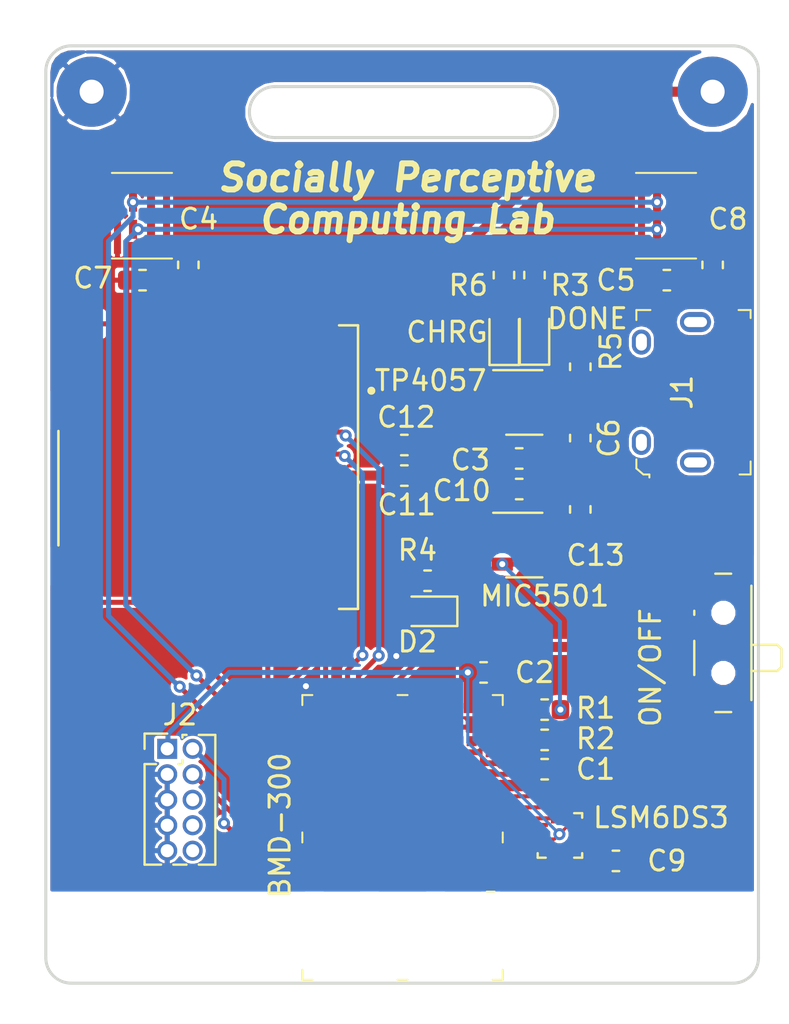
<source format=kicad_pcb>
(kicad_pcb (version 20171130) (host pcbnew 5.0.2-bee76a0~70~ubuntu18.04.1)
  (layers (0 F.Cu signal) (31 B.Cu signal) (34 B.Paste user hide) (35 F.Paste user hide) (36 B.SilkS user) (37 F.SilkS user) (38 B.Mask user) (39 F.Mask user) (44 Edge.Cuts user))
  (net 0 "")
  (net 1 "Net-(C1-Pad1)")
  (net 2 GND)
  (net 3 /BAT)
  (net 4 /VDD)
  (net 5 /VBUS)
  (net 6 "Net-(C13-Pad1)")
  (net 7 "Net-(D1-Pad1)")
  (net 8 "Net-(D1-Pad2)")
  (net 9 "Net-(D2-Pad1)")
  (net 10 "Net-(D2-Pad2)")
  (net 11 "Net-(D3-Pad2)")
  (net 12 "Net-(D3-Pad1)")
  (net 13 "Net-(J1-Pad3)")
  (net 14 "Net-(J1-Pad4)")
  (net 15 "Net-(J1-Pad2)")
  (net 16 /SWDIO)
  (net 17 /SWCLK)
  (net 18 "Net-(J2-Pad6)")
  (net 19 "Net-(J2-Pad8)")
  (net 20 "Net-(J2-Pad10)")
  (net 21 "Net-(MOD1-Pad10)")
  (net 22 "Net-(MOD1-Pad12)")
  (net 23 "Net-(MOD1-Pad13)")
  (net 24 "Net-(MOD1-Pad14)")
  (net 25 "Net-(MOD1-Pad15)")
  (net 26 "Net-(MOD1-Pad19)")
  (net 27 "Net-(MOD1-Pad20)")
  (net 28 "Net-(MOD1-Pad21)")
  (net 29 "Net-(MOD1-Pad22)")
  (net 30 "Net-(MOD1-Pad23)")
  (net 31 "Net-(MOD1-Pad24)")
  (net 32 "Net-(MOD1-Pad26)")
  (net 33 /CS)
  (net 34 /MOSI)
  (net 35 /CLK)
  (net 36 /MISO)
  (net 37 /CD)
  (net 38 "Net-(MOD1-Pad35)")
  (net 39 "Net-(MOD1-Pad36)")
  (net 40 "Net-(MOD1-Pad37)")
  (net 41 /SDA)
  (net 42 /SCL)
  (net 43 /INT1)
  (net 44 /INT2)
  (net 45 "Net-(MOD1-Pad42)")
  (net 46 "Net-(R5-Pad1)")
  (net 47 "Net-(U4-Pad10)")
  (net 48 "Net-(U4-Pad11)")
  (net 49 "Net-(U5-Pad4)")
  (net 50 "Net-(MOD1-Pad41)")
  (net 51 "Net-(MOD1-Pad40)")
  (net 52 "Net-(MOD1-Pad39)")
  (net 53 "Net-(MOD1-Pad38)")
  (net 54 "Net-(J5-Pad1)")
  (net 55 "Net-(J5-Pad8)")
  (net 56 /SW)
  (module 503182-1852:MOLEX_503182-1852 (layer F.Cu) (at 83.5533 70.5358 270)
    (fp_text reference J5 hide)
    (fp_text value 503182-1852 hide)
    (pad 1 smd rect (at -2.9 -6.355 270) (size 0.8 1.24) (layers F.Cu F.Paste F.Mask) (net 54 "Net-(J5-Pad1)"))
    (pad 2 smd rect (at -1.8 -6.355 270) (size 0.8 1.24) (layers F.Cu F.Paste F.Mask) (net 33 /CS))
    (pad 3 smd rect (at -0.7 -6.355 270) (size 0.8 1.24) (layers F.Cu F.Paste F.Mask) (net 34 /MOSI))
    (pad 4 smd rect (at 0.4 -6.355 270) (size 0.8 1.24) (layers F.Cu F.Paste F.Mask) (net 4 /VDD))
    (pad 5 smd rect (at 1.5 -6.355 270) (size 0.8 1.24) (layers F.Cu F.Paste F.Mask) (net 35 /CLK))
    (pad 6 smd rect (at 2.6 -6.355 270) (size 0.8 1.24) (layers F.Cu F.Paste F.Mask) (net 2 GND))
    (pad 7 smd rect (at 3.7 -6.355 270) (size 0.8 1.24) (layers F.Cu F.Paste F.Mask) (net 36 /MISO))
    (pad 8 smd rect (at 4.8 -6.355 270) (size 0.8 1.24) (layers F.Cu F.Paste F.Mask) (net 55 "Net-(J5-Pad8)"))
    (pad P1 smd rect (at -7.245 -5.725 270) (size 0.95 2.5) (layers F.Cu F.Paste F.Mask) (net 2 GND))
    (pad P2 smd rect (at 7.145 -5.875 270) (size 1.15 2.2) (layers F.Cu F.Paste F.Mask) (net 2 GND))
    (pad SW smd rect (at 6.74 -3.725 270) (size 1.16 1.25) (layers F.Cu F.Paste F.Mask) (net 56 /SW))
    (pad DT smd rect (at 6.74 5.275 270) (size 1.16 1.2) (layers F.Cu F.Paste F.Mask) (net 37 /CD))
    (pad P3 smd rect (at -7.145 5.605 270) (size 1.15 2.2) (layers F.Cu F.Paste F.Mask) (net 2 GND))
    (pad P4 smd rect (at -2.84 6.4 270) (size 1.5 1.15) (layers F.Cu F.Paste F.Mask) (net 2 GND))
    (pad P5 smd rect (at 4.94 6.4 270) (size 1.5 1.15) (layers F.Cu F.Paste F.Mask) (net 2 GND))
  )
  (module Button_Switch_SMD:SW_SPDT_PCM12 (layer F.Cu) (at 109.6772 79.2988 90)
    (fp_text reference SW1 hide)
    (fp_text value ON/OFF (at -1.2319 -3.302 270) (layer F.SilkS))
    (pad "" np_thru_hole circle (at -1.5 0.33 90) (size 0.9 0.9) (drill 0.9) (layers *.Cu *.Mask))
    (pad "" np_thru_hole circle (at 1.5 0.33 90) (size 0.9 0.9) (drill 0.9) (layers *.Cu *.Mask))
    (pad 1 smd rect (at -2.25 -1.43 90) (size 0.7 1.5) (layers F.Cu F.Paste F.Mask) (net 4 /VDD))
    (pad 2 smd rect (at 0.75 -1.43 90) (size 0.7 1.5) (layers F.Cu F.Paste F.Mask) (net 6 "Net-(C13-Pad1)"))
    (pad 3 smd rect (at 2.25 -1.43 90) (size 0.7 1.5) (layers F.Cu F.Paste F.Mask))
    (pad "" smd rect (at -3.65 1.43 90) (size 1 0.8) (layers F.Cu F.Paste F.Mask))
    (pad "" smd rect (at 3.65 1.43 90) (size 1 0.8) (layers F.Cu F.Paste F.Mask))
    (pad "" smd rect (at 3.65 -0.78 90) (size 1 0.8) (layers F.Cu F.Paste F.Mask))
    (pad "" smd rect (at -3.65 -0.78 90) (size 1 0.8) (layers F.Cu F.Paste F.Mask))
  )
  (module Connector_PinHeader_1.27mm:PinHeader_2x05_P1.27mm_Vertical (layer F.Cu) (at 82.2579 84.582)
    (fp_text reference J2 (at 0.635 -1.695) (layer F.SilkS))
    (fp_text value SWD)
    (pad 1 thru_hole rect (at 0 0) (size 1 1) (drill 0.65) (layers *.Cu *.Mask) (net 4 /VDD))
    (pad 2 thru_hole oval (at 1.27 0) (size 1 1) (drill 0.65) (layers *.Cu *.Mask) (net 16 /SWDIO))
    (pad 3 thru_hole oval (at 0 1.27) (size 1 1) (drill 0.65) (layers *.Cu *.Mask) (net 2 GND))
    (pad 4 thru_hole oval (at 1.27 1.27) (size 1 1) (drill 0.65) (layers *.Cu *.Mask) (net 17 /SWCLK))
    (pad 5 thru_hole oval (at 0 2.54) (size 1 1) (drill 0.65) (layers *.Cu *.Mask) (net 2 GND))
    (pad 6 thru_hole oval (at 1.27 2.54) (size 1 1) (drill 0.65) (layers *.Cu *.Mask) (net 18 "Net-(J2-Pad6)"))
    (pad 7 thru_hole oval (at 0 3.81) (size 1 1) (drill 0.65) (layers *.Cu *.Mask) (net 2 GND))
    (pad 8 thru_hole oval (at 1.27 3.81) (size 1 1) (drill 0.65) (layers *.Cu *.Mask) (net 19 "Net-(J2-Pad8)"))
    (pad 9 thru_hole oval (at 0 5.08) (size 1 1) (drill 0.65) (layers *.Cu *.Mask) (net 2 GND))
    (pad 10 thru_hole oval (at 1.27 5.08) (size 1 1) (drill 0.65) (layers *.Cu *.Mask) (net 20 "Net-(J2-Pad10)"))
  )
  (module LED_SMD:LED_0603_1608Metric (layer F.Cu) (at 100.584 63.9445 90)
    (fp_text reference D3 hide)
    (fp_text value DONE (at 0.8128 2.6416) (layer F.SilkS))
    (pad 2 smd roundrect (at 0.7875 0 90) (size 0.875 0.95) (layers F.Cu F.Paste F.Mask) (net 11 "Net-(D3-Pad2)"))
    (pad 1 smd roundrect (at -0.7875 0 90) (size 0.875 0.95) (layers F.Cu F.Paste F.Mask) (net 12 "Net-(D3-Pad1)"))
  )
  (module LED_SMD:LED_0603_1608Metric (layer F.Cu) (at 99.0727 63.9572 90)
    (fp_text reference D1 hide)
    (fp_text value CHRG (at 0.1524 -2.8575) (layer F.SilkS))
    (pad 1 smd roundrect (at -0.7875 0 90) (size 0.875 0.95) (layers F.Cu F.Paste F.Mask) (net 7 "Net-(D1-Pad1)"))
    (pad 2 smd roundrect (at 0.7875 0 90) (size 0.875 0.95) (layers F.Cu F.Paste F.Mask) (net 8 "Net-(D1-Pad2)"))
  )
  (module custom_libs:MP34DT06 (layer F.Cu) (at 81 58)
    (fp_text reference U2 hide)
    (fp_text value MP34DT05-A hide)
    (pad 1 smd rect (at 0.45 0.675) (size 0.4 0.95) (layers F.Cu F.Paste F.Mask) (net 4 /VDD))
    (pad 4 smd rect (at -0.45 0.675) (size 0.4 0.95) (layers F.Cu F.Paste F.Mask) (net 38 "Net-(MOD1-Pad35)"))
    (pad 2 smd rect (at 0.45 -0.675) (size 0.4 0.95) (layers F.Cu F.Paste F.Mask) (net 4 /VDD))
    (pad 3 smd rect (at -0.45 -0.675) (size 0.4 0.95) (layers F.Cu F.Paste F.Mask) (net 39 "Net-(MOD1-Pad36)"))
    (pad 5 smd rect (at 1.225 0 180) (size 0.35 3.8) (layers F.Cu F.Paste F.Mask) (net 2 GND))
    (pad 5 smd rect (at -1.225 0) (size 0.35 3.8) (layers F.Cu F.Paste F.Mask) (net 2 GND))
  )
  (module custom_libs:MP34DT06 (layer F.Cu) (at 107.15 58)
    (fp_text reference U3 hide)
    (fp_text value MP34DT05-A hide)
    (pad 1 smd rect (at 0.45 0.675) (size 0.4 0.95) (layers F.Cu F.Paste F.Mask) (net 4 /VDD))
    (pad 4 smd rect (at -0.45 0.675) (size 0.4 0.95) (layers F.Cu F.Paste F.Mask) (net 38 "Net-(MOD1-Pad35)"))
    (pad 2 smd rect (at 0.45 -0.675) (size 0.4 0.95) (layers F.Cu F.Paste F.Mask) (net 2 GND))
    (pad 3 smd rect (at -0.45 -0.675) (size 0.4 0.95) (layers F.Cu F.Paste F.Mask) (net 39 "Net-(MOD1-Pad36)"))
    (pad 5 smd rect (at 1.225 0 180) (size 0.35 3.8) (layers F.Cu F.Paste F.Mask) (net 2 GND))
    (pad 5 smd rect (at -1.225 0) (size 0.35 3.8) (layers F.Cu F.Paste F.Mask) (net 2 GND))
  )
  (module Connector_Wire:SolderWirePad_1x01_Drill1.2mm (layer F.Cu) (at 78.486 51.816)
    (fp_text reference J4 hide)
    (fp_text value BAT-)
    (pad 1 thru_hole circle (at 0 0) (size 3.50012 3.50012) (drill 1.19888) (layers *.Cu *.Mask) (net 2 GND))
  )
  (module Connector_Wire:SolderWirePad_1x01_Drill1.2mm (layer F.Cu) (at 109.474 51.816)
    (fp_text reference J3 hide)
    (fp_text value BAT+)
    (pad 1 thru_hole circle (at 0 0) (size 3.50012 3.50012) (drill 1.19888) (layers *.Cu *.Mask) (net 3 /BAT))
  )
  (module Capacitor_SMD:C_0603_1608Metric (layer F.Cu) (at 101.092 85.598)
    (fp_text reference C1 (at 2.54 0) (layer F.SilkS))
    (fp_text value 100nF)
    (pad 2 smd roundrect (at 0.7875 0) (size 0.875 0.95) (layers F.Cu F.Paste F.Mask) (net 2 GND))
    (pad 1 smd roundrect (at -0.7875 0) (size 0.875 0.95) (layers F.Cu F.Paste F.Mask) (net 1 "Net-(C1-Pad1)"))
  )
  (module Capacitor_SMD:C_0603_1608Metric (layer F.Cu) (at 98.044 80.772)
    (fp_text reference C2 (at 2.54 0) (layer F.SilkS))
    (fp_text value 10uF)
    (pad 2 smd roundrect (at 0.7875 0) (size 0.875 0.95) (layers F.Cu F.Paste F.Mask) (net 2 GND))
    (pad 1 smd roundrect (at -0.7875 0) (size 0.875 0.95) (layers F.Cu F.Paste F.Mask) (net 4 /VDD))
  )
  (module Capacitor_SMD:C_0603_1608Metric (layer F.Cu) (at 99.822 70.104)
    (fp_text reference C3 (at -2.4384 0.0762) (layer F.SilkS))
    (fp_text value 10uF)
    (pad 2 smd roundrect (at 0.7875 0) (size 0.875 0.95) (layers F.Cu F.Paste F.Mask) (net 2 GND))
    (pad 1 smd roundrect (at -0.7875 0) (size 0.875 0.95) (layers F.Cu F.Paste F.Mask) (net 3 /BAT))
  )
  (module Capacitor_SMD:C_0603_1608Metric (layer F.Cu) (at 83.312 60.452 90)
    (fp_text reference C4 (at 2.286 0.508 180) (layer F.SilkS))
    (fp_text value 1uF)
    (pad 2 smd roundrect (at 0.7875 0 90) (size 0.875 0.95) (layers F.Cu F.Paste F.Mask) (net 2 GND))
    (pad 1 smd roundrect (at -0.7875 0 90) (size 0.875 0.95) (layers F.Cu F.Paste F.Mask) (net 4 /VDD))
  )
  (module Capacitor_SMD:C_0603_1608Metric (layer F.Cu) (at 107.188 61.214 180)
    (fp_text reference C5 (at 2.54 0 180) (layer F.SilkS))
    (fp_text value 1uF)
    (pad 2 smd roundrect (at 0.7875 0 180) (size 0.875 0.95) (layers F.Cu F.Paste F.Mask) (net 2 GND))
    (pad 1 smd roundrect (at -0.7875 0 180) (size 0.875 0.95) (layers F.Cu F.Paste F.Mask) (net 4 /VDD))
  )
  (module Capacitor_SMD:C_0603_1608Metric (layer F.Cu) (at 102.87 69.088 270)
    (fp_text reference C6 (at 0 -1.43 270) (layer F.SilkS))
    (fp_text value 1uF)
    (pad 2 smd roundrect (at 0.7875 0 270) (size 0.875 0.95) (layers F.Cu F.Paste F.Mask) (net 2 GND))
    (pad 1 smd roundrect (at -0.7875 0 270) (size 0.875 0.95) (layers F.Cu F.Paste F.Mask) (net 5 /VBUS))
  )
  (module Capacitor_SMD:C_0603_1608Metric (layer F.Cu) (at 81.026 61.214 180)
    (fp_text reference C7 (at 2.479779 0.105599 180) (layer F.SilkS))
    (fp_text value 100nF)
    (pad 2 smd roundrect (at 0.7875 0 180) (size 0.875 0.95) (layers F.Cu F.Paste F.Mask) (net 2 GND))
    (pad 1 smd roundrect (at -0.7875 0 180) (size 0.875 0.95) (layers F.Cu F.Paste F.Mask) (net 4 /VDD))
  )
  (module Capacitor_SMD:C_0603_1608Metric (layer F.Cu) (at 109.474 60.452 90)
    (fp_text reference C8 (at 2.286 0.762 180) (layer F.SilkS))
    (fp_text value 100nF)
    (pad 2 smd roundrect (at 0.7875 0 90) (size 0.875 0.95) (layers F.Cu F.Paste F.Mask) (net 2 GND))
    (pad 1 smd roundrect (at -0.7875 0 90) (size 0.875 0.95) (layers F.Cu F.Paste F.Mask) (net 4 /VDD))
  )
  (module Capacitor_SMD:C_0603_1608Metric (layer F.Cu) (at 104.648 90.17)
    (fp_text reference C9 (at 2.54 0) (layer F.SilkS))
    (fp_text value 100nF)
    (pad 2 smd roundrect (at 0.7875 0) (size 0.875 0.95) (layers F.Cu F.Paste F.Mask) (net 2 GND))
    (pad 1 smd roundrect (at -0.7875 0) (size 0.875 0.95) (layers F.Cu F.Paste F.Mask) (net 4 /VDD))
  )
  (module Capacitor_SMD:C_0603_1608Metric (layer F.Cu) (at 99.822 71.628)
    (fp_text reference C10 (at -2.8702 0.0762) (layer F.SilkS))
    (fp_text value 1uF)
    (pad 2 smd roundrect (at 0.7875 0) (size 0.875 0.95) (layers F.Cu F.Paste F.Mask) (net 2 GND))
    (pad 1 smd roundrect (at -0.7875 0) (size 0.875 0.95) (layers F.Cu F.Paste F.Mask) (net 3 /BAT))
  )
  (module Capacitor_SMD:C_0603_1608Metric (layer F.Cu) (at 94.090331 70.957194)
    (fp_text reference C11 (at 0.118269 1.458206 180) (layer F.SilkS))
    (fp_text value 10uF)
    (pad 2 smd roundrect (at 0.7875 0) (size 0.875 0.95) (layers F.Cu F.Paste F.Mask) (net 2 GND))
    (pad 1 smd roundrect (at -0.7875 0) (size 0.875 0.95) (layers F.Cu F.Paste F.Mask) (net 4 /VDD))
  )
  (module Capacitor_SMD:C_0603_1608Metric (layer F.Cu) (at 94.090331 69.433194)
    (fp_text reference C12 (at 0.092869 -1.386594 180) (layer F.SilkS))
    (fp_text value ?)
    (pad 2 smd roundrect (at 0.7875 0) (size 0.875 0.95) (layers F.Cu F.Paste F.Mask) (net 2 GND))
    (pad 1 smd roundrect (at -0.7875 0) (size 0.875 0.95) (layers F.Cu F.Paste F.Mask) (net 4 /VDD))
  )
  (module Capacitor_SMD:C_0603_1608Metric (layer F.Cu) (at 102.87 72.644 90)
    (fp_text reference C13 (at -2.286 0.762 180) (layer F.SilkS))
    (fp_text value 1uF)
    (pad 2 smd roundrect (at 0.7875 0 90) (size 0.875 0.95) (layers F.Cu F.Paste F.Mask) (net 2 GND))
    (pad 1 smd roundrect (at -0.7875 0 90) (size 0.875 0.95) (layers F.Cu F.Paste F.Mask) (net 6 "Net-(C13-Pad1)"))
  )
  (module LED_SMD:LED_0603_1608Metric (layer F.Cu) (at 95.25 77.724 180)
    (fp_text reference D2 (at 0.508 -1.524) (layer F.SilkS))
    (fp_text value LED_Small)
    (pad 2 smd roundrect (at 0.7875 0 180) (size 0.875 0.95) (layers F.Cu F.Paste F.Mask) (net 10 "Net-(D2-Pad2)"))
    (pad 1 smd roundrect (at -0.7875 0 180) (size 0.875 0.95) (layers F.Cu F.Paste F.Mask) (net 9 "Net-(D2-Pad1)"))
  )
  (module digikey-footprints:USB_Micro_B_Female_10118194-0001LF (layer F.Cu) (at 105.918 66.802 90)
    (fp_text reference J1 (at 0 2.032 90) (layer F.SilkS))
    (fp_text value USB_B_Micro)
    (pad SH thru_hole oval (at 3.5 2.7 90) (size 1 1.55) (drill oval 0.5 1.15) (layers *.Cu *.Mask))
    (pad SH thru_hole oval (at -3.5 2.7 90) (size 1 1.55) (drill oval 0.5 1.15) (layers *.Cu *.Mask))
    (pad SH thru_hole oval (at -2.5 0 90) (size 1.25 0.95) (drill oval 0.85 0.55) (layers *.Cu *.Mask))
    (pad SH thru_hole oval (at 2.5 0 90) (size 1.25 0.95) (drill oval 0.85 0.55) (layers *.Cu *.Mask))
    (pad 1 smd rect (at -1.3 0 90) (size 0.4 1.35) (layers F.Cu F.Paste F.Mask) (net 5 /VBUS))
    (pad 2 smd rect (at -0.65 0 90) (size 0.4 1.35) (layers F.Cu F.Paste F.Mask) (net 15 "Net-(J1-Pad2)"))
    (pad 5 smd rect (at 1.3 0 90) (size 0.4 1.35) (layers F.Cu F.Paste F.Mask) (net 2 GND))
    (pad 4 smd rect (at 0.65 0 90) (size 0.4 1.35) (layers F.Cu F.Paste F.Mask) (net 14 "Net-(J1-Pad4)"))
    (pad 3 smd rect (at 0 0 90) (size 0.4 1.35) (layers F.Cu F.Paste F.Mask) (net 13 "Net-(J1-Pad3)"))
  )
  (module digikey-footprints:Bluetooth_Module_BMD-300 (layer F.Cu) (at 94 89 90)
    (fp_text reference MOD1 hide)
    (fp_text value BMD-300 (at 0.608 -6.116 270) (layer F.SilkS))
    (pad 47 smd rect (at -2.35 1.65 90) (size 0.5 0.5) (layers F.Cu F.Paste F.Mask) (net 2 GND))
    (pad 46 smd rect (at -2.35 -1.65 90) (size 0.5 0.5) (layers F.Cu F.Paste F.Mask) (net 2 GND))
    (pad 45 smd rect (at -2.35 -4.4 90) (size 0.5 0.5) (layers F.Cu F.Paste F.Mask) (net 2 GND))
    (pad 44 smd rect (at -1.8 -3.5 90) (size 0.5 0.5) (layers F.Cu F.Paste F.Mask) (net 16 /SWDIO))
    (pad 43 smd rect (at -1.25 -4.4 90) (size 0.5 0.5) (layers F.Cu F.Paste F.Mask) (net 17 /SWCLK))
    (pad 42 smd rect (at -0.7 -3.5 90) (size 0.5 0.5) (layers F.Cu F.Paste F.Mask) (net 45 "Net-(MOD1-Pad42)"))
    (pad 41 smd rect (at -0.15 -4.4 90) (size 0.5 0.5) (layers F.Cu F.Paste F.Mask) (net 50 "Net-(MOD1-Pad41)"))
    (pad 40 smd rect (at 0.4 -3.5 90) (size 0.5 0.5) (layers F.Cu F.Paste F.Mask) (net 51 "Net-(MOD1-Pad40)"))
    (pad 39 smd rect (at 0.95 -4.4 90) (size 0.5 0.5) (layers F.Cu F.Paste F.Mask) (net 52 "Net-(MOD1-Pad39)"))
    (pad 38 smd rect (at 1.5 -3.5 90) (size 0.5 0.5) (layers F.Cu F.Paste F.Mask) (net 53 "Net-(MOD1-Pad38)"))
    (pad 37 smd rect (at 2.05 -4.4 90) (size 0.5 0.5) (layers F.Cu F.Paste F.Mask) (net 40 "Net-(MOD1-Pad37)"))
    (pad 36 smd rect (at 2.6 -3.5 90) (size 0.5 0.5) (layers F.Cu F.Paste F.Mask) (net 39 "Net-(MOD1-Pad36)"))
    (pad 35 smd rect (at 3.15 -4.4 90) (size 0.5 0.5) (layers F.Cu F.Paste F.Mask) (net 38 "Net-(MOD1-Pad35)"))
    (pad 34 smd rect (at 3.7 -3.5 90) (size 0.5 0.5) (layers F.Cu F.Paste F.Mask) (net 37 /CD))
    (pad 33 smd rect (at 4.25 -4.4 90) (size 0.5 0.5) (layers F.Cu F.Paste F.Mask) (net 56 /SW))
    (pad 32 smd rect (at 4.8 -3.5 90) (size 0.5 0.5) (layers F.Cu F.Paste F.Mask) (net 35 /CLK))
    (pad 31 smd rect (at 5.35 -4.4 90) (size 0.5 0.5) (layers F.Cu F.Paste F.Mask) (net 36 /MISO))
    (pad 30 smd rect (at 6.45 -4.4 90) (size 0.5 0.5) (layers F.Cu F.Paste F.Mask) (net 2 GND))
    (pad 29 smd rect (at 6.45 -3.3 90) (size 0.5 0.5) (layers F.Cu F.Paste F.Mask) (net 2 GND))
    (pad 28 smd rect (at 5.5 -2.75 90) (size 0.5 0.5) (layers F.Cu F.Paste F.Mask) (net 34 /MOSI))
    (pad 27 smd rect (at 6.45 -2.2 90) (size 0.5 0.5) (layers F.Cu F.Paste F.Mask) (net 33 /CS))
    (pad 26 smd rect (at 5.5 -1.65 90) (size 0.5 0.5) (layers F.Cu F.Paste F.Mask) (net 32 "Net-(MOD1-Pad26)"))
    (pad 25 smd rect (at 6.45 -1.1 90) (size 0.5 0.5) (layers F.Cu F.Paste F.Mask) (net 9 "Net-(D2-Pad1)"))
    (pad 24 smd rect (at 5.5 -0.55 90) (size 0.5 0.5) (layers F.Cu F.Paste F.Mask) (net 31 "Net-(MOD1-Pad24)"))
    (pad 23 smd rect (at 6.45 0 90) (size 0.5 0.5) (layers F.Cu F.Paste F.Mask) (net 30 "Net-(MOD1-Pad23)"))
    (pad 22 smd rect (at 5.5 0.55 90) (size 0.5 0.5) (layers F.Cu F.Paste F.Mask) (net 29 "Net-(MOD1-Pad22)"))
    (pad 21 smd rect (at 6.45 1.1 90) (size 0.5 0.5) (layers F.Cu F.Paste F.Mask) (net 28 "Net-(MOD1-Pad21)"))
    (pad 20 smd rect (at 5.5 1.65 90) (size 0.5 0.5) (layers F.Cu F.Paste F.Mask) (net 27 "Net-(MOD1-Pad20)"))
    (pad 19 smd rect (at 6.45 2.2 90) (size 0.5 0.5) (layers F.Cu F.Paste F.Mask) (net 26 "Net-(MOD1-Pad19)"))
    (pad 18 smd rect (at 5.5 2.75 90) (size 0.5 0.5) (layers F.Cu F.Paste F.Mask) (net 2 GND))
    (pad 17 smd rect (at 6.45 3.3 90) (size 0.5 0.5) (layers F.Cu F.Paste F.Mask) (net 4 /VDD))
    (pad 16 smd rect (at 6.45 4.4 90) (size 0.5 0.5) (layers F.Cu F.Paste F.Mask) (net 2 GND))
    (pad 15 smd rect (at 5.35 4.4 90) (size 0.5 0.5) (layers F.Cu F.Paste F.Mask) (net 25 "Net-(MOD1-Pad15)"))
    (pad 14 smd rect (at 4.8 3.45 90) (size 0.5 0.5) (layers F.Cu F.Paste F.Mask) (net 24 "Net-(MOD1-Pad14)"))
    (pad 13 smd rect (at 4.25 4.4 90) (size 0.5 0.5) (layers F.Cu F.Paste F.Mask) (net 23 "Net-(MOD1-Pad13)"))
    (pad 12 smd rect (at 3.7 3.45 90) (size 0.5 0.5) (layers F.Cu F.Paste F.Mask) (net 22 "Net-(MOD1-Pad12)"))
    (pad 11 smd rect (at 3.15 4.4 90) (size 0.5 0.5) (layers F.Cu F.Paste F.Mask) (net 1 "Net-(C1-Pad1)"))
    (pad 10 smd rect (at 2.6 3.45 90) (size 0.5 0.5) (layers F.Cu F.Paste F.Mask) (net 21 "Net-(MOD1-Pad10)"))
    (pad 9 smd rect (at 2.05 4.4 90) (size 0.5 0.5) (layers F.Cu F.Paste F.Mask) (net 44 /INT2))
    (pad 8 smd rect (at 1.5 3.45 90) (size 0.5 0.5) (layers F.Cu F.Paste F.Mask) (net 42 /SCL))
    (pad 7 smd rect (at 0.95 4.4 90) (size 0.5 0.5) (layers F.Cu F.Paste F.Mask) (net 41 /SDA))
    (pad 6 smd rect (at 0.4 3.45 90) (size 0.5 0.5) (layers F.Cu F.Paste F.Mask) (net 43 /INT1))
    (pad 5 smd rect (at -0.15 4.4 90) (size 0.5 0.5) (layers F.Cu F.Paste F.Mask) (net 2 GND))
    (pad 4 smd rect (at -0.7 3.45 90) (size 0.5 0.5) (layers F.Cu F.Paste F.Mask) (net 2 GND))
    (pad 3 smd rect (at -1.25 4.4 90) (size 0.5 0.5) (layers F.Cu F.Paste F.Mask) (net 2 GND))
    (pad 2 smd rect (at -1.8 3.45 90) (size 0.5 0.5) (layers F.Cu F.Paste F.Mask) (net 2 GND))
    (pad 1 smd rect (at -2.35 4.4 90) (size 0.5 0.5) (layers F.Cu F.Paste F.Mask) (net 2 GND))
  )
  (module Resistor_SMD:R_0603_1608Metric (layer F.Cu) (at 101.092 82.626401 180)
    (fp_text reference R1 (at -2.54 0.076401 180) (layer F.SilkS))
    (fp_text value 10M)
    (pad 2 smd roundrect (at 0.7875 0 180) (size 0.875 0.95) (layers F.Cu F.Paste F.Mask) (net 1 "Net-(C1-Pad1)"))
    (pad 1 smd roundrect (at -0.7875 0 180) (size 0.875 0.95) (layers F.Cu F.Paste F.Mask) (net 3 /BAT))
  )
  (module Resistor_SMD:R_0603_1608Metric (layer F.Cu) (at 101.092 84.136401)
    (fp_text reference R2 (at 2.54 -0.062401) (layer F.SilkS))
    (fp_text value 10M)
    (pad 2 smd roundrect (at 0.7875 0) (size 0.875 0.95) (layers F.Cu F.Paste F.Mask) (net 2 GND))
    (pad 1 smd roundrect (at -0.7875 0) (size 0.875 0.95) (layers F.Cu F.Paste F.Mask) (net 1 "Net-(C1-Pad1)"))
  )
  (module Resistor_SMD:R_0603_1608Metric (layer F.Cu) (at 100.584 60.96 270)
    (fp_text reference R3 (at 0.508 -1.778) (layer F.SilkS))
    (fp_text value 1k?)
    (pad 2 smd roundrect (at 0.7875 0 270) (size 0.875 0.95) (layers F.Cu F.Paste F.Mask) (net 11 "Net-(D3-Pad2)"))
    (pad 1 smd roundrect (at -0.7875 0 270) (size 0.875 0.95) (layers F.Cu F.Paste F.Mask) (net 5 /VBUS))
  )
  (module Resistor_SMD:R_0603_1608Metric (layer F.Cu) (at 95.25 76.2)
    (fp_text reference R4 (at -0.508 -1.524) (layer F.SilkS))
    (fp_text value 2k)
    (pad 2 smd roundrect (at 0.7875 0) (size 0.875 0.95) (layers F.Cu F.Paste F.Mask) (net 4 /VDD))
    (pad 1 smd roundrect (at -0.7875 0) (size 0.875 0.95) (layers F.Cu F.Paste F.Mask) (net 10 "Net-(D2-Pad2)"))
  )
  (module Resistor_SMD:R_0603_1608Metric (layer F.Cu) (at 102.87 65.532 90)
    (fp_text reference R5 (at 0.762 1.524 90) (layer F.SilkS))
    (fp_text value 2k)
    (pad 2 smd roundrect (at 0.7875 0 90) (size 0.875 0.95) (layers F.Cu F.Paste F.Mask) (net 2 GND))
    (pad 1 smd roundrect (at -0.7875 0 90) (size 0.875 0.95) (layers F.Cu F.Paste F.Mask) (net 46 "Net-(R5-Pad1)"))
  )
  (module Resistor_SMD:R_0603_1608Metric (layer F.Cu) (at 99.06 60.96 90)
    (fp_text reference R6 (at -0.508 -1.778 180) (layer F.SilkS))
    (fp_text value 1k?)
    (pad 2 smd roundrect (at 0.7875 0 90) (size 0.875 0.95) (layers F.Cu F.Paste F.Mask) (net 5 /VBUS))
    (pad 1 smd roundrect (at -0.7875 0 90) (size 0.875 0.95) (layers F.Cu F.Paste F.Mask) (net 8 "Net-(D1-Pad2)"))
  )
  (module Package_TO_SOT_SMD:SOT-23-6 (layer F.Cu) (at 100.076 67.31)
    (fp_text reference U1 hide)
    (fp_text value TP4057 (at -4.6736 -1.0922) (layer F.SilkS))
    (pad 5 smd rect (at 1.1 0) (size 1.06 0.65) (layers F.Cu F.Paste F.Mask) (net 12 "Net-(D3-Pad1)"))
    (pad 6 smd rect (at 1.1 -0.95) (size 1.06 0.65) (layers F.Cu F.Paste F.Mask) (net 46 "Net-(R5-Pad1)"))
    (pad 4 smd rect (at 1.1 0.95) (size 1.06 0.65) (layers F.Cu F.Paste F.Mask) (net 5 /VBUS))
    (pad 3 smd rect (at -1.1 0.95) (size 1.06 0.65) (layers F.Cu F.Paste F.Mask) (net 3 /BAT))
    (pad 2 smd rect (at -1.1 0) (size 1.06 0.65) (layers F.Cu F.Paste F.Mask) (net 2 GND))
    (pad 1 smd rect (at -1.1 -0.95) (size 1.06 0.65) (layers F.Cu F.Paste F.Mask) (net 7 "Net-(D1-Pad1)"))
  )
  (module Package_LGA:LGA-14_2x2mm_P0.35mm_LayoutBorder3x4y (layer F.Cu) (at 101.854 88.9)
    (fp_text reference U4 hide)
    (fp_text value LSM6DS3 (at 5.0419 -0.889) (layer F.SilkS))
    (pad 14 smd rect (at -0.35 -0.7625) (size 0.2 0.325) (layers F.Cu F.Paste F.Mask) (net 41 /SDA))
    (pad 13 smd rect (at 0 -0.7625) (size 0.2 0.325) (layers F.Cu F.Paste F.Mask) (net 42 /SCL))
    (pad 12 smd rect (at 0.35 -0.7625) (size 0.2 0.325) (layers F.Cu F.Paste F.Mask) (net 4 /VDD))
    (pad 11 smd rect (at 0.7625 -0.525) (size 0.325 0.2) (layers F.Cu F.Paste F.Mask) (net 48 "Net-(U4-Pad11)"))
    (pad 10 smd rect (at 0.7625 -0.175) (size 0.325 0.2) (layers F.Cu F.Paste F.Mask) (net 47 "Net-(U4-Pad10)"))
    (pad 9 smd rect (at 0.7625 0.175) (size 0.325 0.2) (layers F.Cu F.Paste F.Mask) (net 44 /INT2))
    (pad 8 smd rect (at 0.7625 0.525) (size 0.325 0.2) (layers F.Cu F.Paste F.Mask) (net 4 /VDD))
    (pad 7 smd rect (at 0.35 0.7625) (size 0.2 0.325) (layers F.Cu F.Paste F.Mask) (net 2 GND))
    (pad 6 smd rect (at 0 0.7625) (size 0.2 0.325) (layers F.Cu F.Paste F.Mask) (net 2 GND))
    (pad 5 smd rect (at -0.35 0.7625) (size 0.2 0.325) (layers F.Cu F.Paste F.Mask) (net 4 /VDD))
    (pad 4 smd rect (at -0.7625 0.525) (size 0.325 0.2) (layers F.Cu F.Paste F.Mask) (net 43 /INT1))
    (pad 3 smd rect (at -0.7625 0.175) (size 0.325 0.2) (layers F.Cu F.Paste F.Mask) (net 4 /VDD))
    (pad 2 smd rect (at -0.7625 -0.175) (size 0.325 0.2) (layers F.Cu F.Paste F.Mask) (net 4 /VDD))
    (pad 1 smd rect (at -0.7625 -0.525) (size 0.325 0.2) (layers F.Cu F.Paste F.Mask) (net 4 /VDD))
  )
  (module Package_TO_SOT_SMD:SOT-23-5 (layer F.Cu) (at 100.076 74.422)
    (fp_text reference U5 hide)
    (fp_text value MIC5501 (at 1.016 2.54) (layer F.SilkS))
    (pad 5 smd rect (at 1.1 -0.95) (size 1.06 0.65) (layers F.Cu F.Paste F.Mask) (net 6 "Net-(C13-Pad1)"))
    (pad 4 smd rect (at 1.1 0.95) (size 1.06 0.65) (layers F.Cu F.Paste F.Mask) (net 49 "Net-(U5-Pad4)"))
    (pad 3 smd rect (at -1.1 0.95) (size 1.06 0.65) (layers F.Cu F.Paste F.Mask) (net 3 /BAT))
    (pad 2 smd rect (at -1.1 0) (size 1.06 0.65) (layers F.Cu F.Paste F.Mask) (net 2 GND))
    (pad 1 smd rect (at -1.1 -0.95) (size 1.06 0.65) (layers F.Cu F.Paste F.Mask) (net 3 /BAT))
  )
  (gr_text "Socially Perceptive\nComputing Lab" (at 94.234 57.15) (layer F.SilkS) (effects (font (size 1.3 1.3) (thickness 0.3) italic)))
  (gr_line (start 87.63 54.102) (end 100.33 54.102) (layer Edge.Cuts) (width 0.15))
  (gr_line (start 100.33 51.562) (end 87.63 51.562) (layer Edge.Cuts) (width 0.15))
  (gr_arc (start 100.33 52.832) (end 100.33 54.102) (angle -180) (layer Edge.Cuts) (width 0.15))
  (gr_arc (start 87.63 52.832) (end 87.63 51.562) (angle -180) (layer Edge.Cuts) (width 0.15))
  (gr_arc (start 77.47 94.996) (end 76.2 94.996) (angle -90) (layer Edge.Cuts) (width 0.15))
  (gr_arc (start 110.49 94.996) (end 110.49 96.266) (angle -90) (layer Edge.Cuts) (width 0.15))
  (gr_arc (start 110.49 50.8) (end 111.76 50.8) (angle -90) (layer Edge.Cuts) (width 0.15))
  (gr_arc (start 77.47 50.8) (end 77.47 49.53) (angle -90) (layer Edge.Cuts) (width 0.15))
  (gr_line (start 110.49 49.53) (end 77.47 49.53) (layer Edge.Cuts) (width 0.15))
  (gr_line (start 111.76 94.996) (end 111.76 50.8) (layer Edge.Cuts) (width 0.15))
  (gr_line (start 77.47 96.266) (end 110.49 96.266) (layer Edge.Cuts) (width 0.15))
  (gr_line (start 76.2 50.8) (end 76.2 94.996) (layer Edge.Cuts) (width 0.15))
  (segment (start 100.3045 82.626401) (end 100.3045 85.598) (width 0.25) (layer F.Cu) (net 1))
  (segment (start 100.242099 84.074) (end 100.3045 84.136401) (width 0.25) (layer F.Cu) (net 1))
  (segment (start 98.4 85.934) (end 98.482 85.852) (width 0.25) (layer F.Cu) (net 1))
  (segment (start 100.0525 85.85) (end 100.3045 85.598) (width 0.25) (layer F.Cu) (net 1))
  (segment (start 98.4 85.85) (end 100.0525 85.85) (width 0.25) (layer F.Cu) (net 1))
  (via (at 89.1794 81.4578) (size 0.6) (drill 0.3) (layers F.Cu B.Cu) (net 2))
  (via (at 93.6879 79.95412) (size 0.6) (drill 0.3) (layers F.Cu B.Cu) (net 2))
  (segment (start 98.976 70.0455) (end 99.0345 70.104) (width 0.5) (layer F.Cu) (net 3))
  (segment (start 98.976 68.26) (end 98.976 70.0455) (width 0.5) (layer F.Cu) (net 3))
  (segment (start 99.0345 70.104) (end 99.0345 71.628) (width 0.5) (layer F.Cu) (net 3))
  (segment (start 99.0345 73.4135) (end 98.976 73.472) (width 0.5) (layer F.Cu) (net 3))
  (segment (start 99.0345 71.628) (end 99.0345 73.4135) (width 0.5) (layer F.Cu) (net 3))
  (segment (start 106.999042 51.816) (end 109.474 51.816) (width 0.5) (layer F.Cu) (net 3))
  (segment (start 98.232 68.26) (end 97.536 67.564) (width 0.5) (layer F.Cu) (net 3))
  (segment (start 98.976 68.26) (end 98.232 68.26) (width 0.5) (layer F.Cu) (net 3))
  (segment (start 97.536 67.564) (end 97.536 59.182) (width 0.5) (layer F.Cu) (net 3))
  (segment (start 97.536 59.182) (end 104.902 51.816) (width 0.5) (layer F.Cu) (net 3))
  (segment (start 104.902 51.816) (end 106.999042 51.816) (width 0.5) (layer F.Cu) (net 3))
  (via (at 101.8795 82.626401) (size 0.6) (drill 0.3) (layers F.Cu B.Cu) (net 3))
  (segment (start 101.854 82.600901) (end 101.8795 82.626401) (width 0.2) (layer B.Cu) (net 3))
  (segment (start 98.976 75.372) (end 98.976 75.372) (width 0.2) (layer B.Cu) (net 3))
  (segment (start 101.854 78.25) (end 101.854 82.600901) (width 0.2) (layer B.Cu) (net 3))
  (segment (start 99.507 73.472) (end 98.976 73.472) (width 0.25) (layer F.Cu) (net 3))
  (segment (start 99.949 75.118) (end 99.949 73.914) (width 0.25) (layer F.Cu) (net 3))
  (segment (start 99.291 75.372) (end 99.695 75.372) (width 0.25) (layer F.Cu) (net 3))
  (segment (start 99.949 73.914) (end 99.507 73.472) (width 0.25) (layer F.Cu) (net 3))
  (segment (start 99.695 75.372) (end 99.949 75.118) (width 0.25) (layer F.Cu) (net 3))
  (segment (start 98.976 75.372) (end 101.854 78.25) (width 0.2) (layer B.Cu) (net 3))
  (via (at 98.976 75.372) (size 0.6) (drill 0.3) (layers F.Cu B.Cu) (net 3))
  (segment (start 107.644 81.498) (end 107.696 81.55) (width 0.5) (layer F.Cu) (net 4))
  (segment (start 103.8605 90.17) (end 103.3615 90.17) (width 0.2) (layer F.Cu) (net 4))
  (segment (start 103.3615 90.17) (end 102.681001 89.489501) (width 0.2) (layer F.Cu) (net 4))
  (segment (start 97.3 82.55) (end 97.3 80.9825) (width 0.5) (layer F.Cu) (net 4))
  (segment (start 97.3 80.9825) (end 97.5105 80.772) (width 0.5) (layer F.Cu) (net 4))
  (segment (start 81.45 57.325) (end 81.45 58.675) (width 0.25) (layer F.Cu) (net 4))
  (segment (start 81.45 60.8505) (end 81.8135 61.214) (width 0.25) (layer F.Cu) (net 4))
  (segment (start 81.45 58.675) (end 81.45 60.8505) (width 0.25) (layer F.Cu) (net 4))
  (segment (start 83.2865 61.214) (end 83.312 61.2395) (width 0.25) (layer F.Cu) (net 4))
  (segment (start 81.8135 61.214) (end 83.2865 61.214) (width 0.25) (layer F.Cu) (net 4))
  (segment (start 97.2565 77.419) (end 96.0375 76.2) (width 0.5) (layer F.Cu) (net 4))
  (segment (start 97.2565 80.772) (end 97.2565 77.419) (width 0.5) (layer F.Cu) (net 4))
  (segment (start 106.794 81.498) (end 108.044 81.498) (width 0.5) (layer F.Cu) (net 4))
  (segment (start 104.798 79.502) (end 106.794 81.498) (width 0.5) (layer F.Cu) (net 4))
  (segment (start 97.2565 80.772) (end 98.5265 79.502) (width 0.5) (layer F.Cu) (net 4))
  (segment (start 98.5265 79.502) (end 104.798 79.502) (width 0.5) (layer F.Cu) (net 4))
  (segment (start 103.8605 85.2815) (end 107.644 81.498) (width 0.2) (layer F.Cu) (net 4))
  (segment (start 103.8605 90.17) (end 103.8605 85.2815) (width 0.2) (layer F.Cu) (net 4))
  (segment (start 107.6 60.8385) (end 107.9755 61.214) (width 0.25) (layer F.Cu) (net 4))
  (segment (start 107.6 58.675) (end 107.6 60.8385) (width 0.25) (layer F.Cu) (net 4))
  (segment (start 109.4485 61.214) (end 109.474 61.2395) (width 0.25) (layer F.Cu) (net 4))
  (segment (start 107.9755 61.214) (end 109.4485 61.214) (width 0.25) (layer F.Cu) (net 4))
  (via (at 97.2565 80.772) (size 0.6) (drill 0.3) (layers F.Cu B.Cu) (net 4))
  (segment (start 108.044 80.898) (end 108.044 81.498) (width 0.25) (layer F.Cu) (net 4))
  (segment (start 110.744 78.198) (end 108.044 80.898) (width 0.25) (layer F.Cu) (net 4))
  (segment (start 109.474 61.777) (end 109.982 62.285) (width 0.25) (layer F.Cu) (net 4))
  (segment (start 110.744 77.216) (end 110.744 78.198) (width 0.25) (layer F.Cu) (net 4))
  (segment (start 109.474 61.2395) (end 109.474 61.777) (width 0.25) (layer F.Cu) (net 4))
  (segment (start 109.982 62.285) (end 109.982 76.454) (width 0.25) (layer F.Cu) (net 4))
  (segment (start 109.982 76.454) (end 110.744 77.216) (width 0.25) (layer F.Cu) (net 4))
  (segment (start 101.4064 89.075) (end 101.0915 89.075) (width 0.1524) (layer F.Cu) (net 4))
  (segment (start 101.504 89.1726) (end 101.4064 89.075) (width 0.1524) (layer F.Cu) (net 4))
  (segment (start 101.504 89.6625) (end 101.504 89.1726) (width 0.1524) (layer F.Cu) (net 4))
  (segment (start 101.0915 89.075) (end 101.0915 88.376609) (width 0.1524) (layer F.Cu) (net 4))
  (segment (start 102.204 88.4524) (end 102.204 88.1375) (width 0.1524) (layer F.Cu) (net 4))
  (segment (start 102.204 88.461482) (end 102.204 88.4524) (width 0.1524) (layer F.Cu) (net 4))
  (segment (start 101.4064 89.075) (end 101.590482 89.075) (width 0.1524) (layer F.Cu) (net 4))
  (via (at 101.8286 88.836882) (size 0.6) (drill 0.3) (layers F.Cu B.Cu) (net 4))
  (segment (start 97.2565 80.772) (end 97.2565 84.264782) (width 0.1524) (layer B.Cu) (net 4))
  (segment (start 97.2565 84.264782) (end 101.8286 88.836882) (width 0.1524) (layer B.Cu) (net 4))
  (segment (start 101.590482 89.075) (end 101.8286 88.836882) (width 0.1524) (layer F.Cu) (net 4))
  (segment (start 101.8286 88.836882) (end 102.204 88.461482) (width 0.1524) (layer F.Cu) (net 4))
  (segment (start 96.0375 73.691863) (end 93.302831 70.957194) (width 0.5) (layer F.Cu) (net 4))
  (segment (start 96.0375 76.2) (end 96.0375 73.691863) (width 0.5) (layer F.Cu) (net 4))
  (segment (start 93.302831 70.957194) (end 93.302831 70.358) (width 0.5) (layer F.Cu) (net 4))
  (segment (start 93.302831 70.358) (end 93.302831 69.433194) (width 0.5) (layer F.Cu) (net 4))
  (segment (start 83.312 61.2395) (end 91.7195 61.2395) (width 0.25) (layer F.Cu) (net 4))
  (segment (start 93.302831 62.822831) (end 93.302831 69.433194) (width 0.25) (layer F.Cu) (net 4))
  (segment (start 91.7195 61.2395) (end 93.302831 62.822831) (width 0.25) (layer F.Cu) (net 4))
  (segment (start 89.823406 70.957194) (end 89.794 70.9866) (width 0.5) (layer F.Cu) (net 4))
  (segment (start 93.302831 70.957194) (end 89.823406 70.957194) (width 0.5) (layer F.Cu) (net 4))
  (segment (start 96.719 80.772) (end 97.2565 80.772) (width 0.25) (layer B.Cu) (net 4))
  (segment (start 85.356 80.772) (end 96.719 80.772) (width 0.25) (layer B.Cu) (net 4))
  (segment (start 82.296 84.582) (end 82.296 83.832) (width 0.25) (layer B.Cu) (net 4))
  (segment (start 82.296 83.832) (end 85.356 80.772) (width 0.25) (layer B.Cu) (net 4))
  (segment (start 99.06 60.1725) (end 100.584 60.1725) (width 0.5) (layer F.Cu) (net 5))
  (segment (start 103.0685 68.102) (end 102.87 68.3005) (width 0.5) (layer F.Cu) (net 5))
  (segment (start 102.8295 68.26) (end 102.87 68.3005) (width 0.5) (layer F.Cu) (net 5))
  (segment (start 101.176 68.26) (end 102.8295 68.26) (width 0.5) (layer F.Cu) (net 5))
  (segment (start 104.14 63.7285) (end 104.14 68.102) (width 0.5) (layer F.Cu) (net 5))
  (segment (start 100.584 60.1725) (end 104.14 63.7285) (width 0.5) (layer F.Cu) (net 5))
  (segment (start 105.918 68.102) (end 104.14 68.102) (width 0.5) (layer F.Cu) (net 5))
  (segment (start 104.14 68.102) (end 103.0685 68.102) (width 0.5) (layer F.Cu) (net 5))
  (segment (start 101.2165 73.4315) (end 101.176 73.472) (width 0.25) (layer F.Cu) (net 6))
  (segment (start 102.87 73.4315) (end 101.2165 73.4315) (width 0.5) (layer F.Cu) (net 6))
  (segment (start 107.644 78.498) (end 108.044 78.498) (width 0.5) (layer F.Cu) (net 6))
  (segment (start 102.87 73.4315) (end 102.87 73.724) (width 0.5) (layer F.Cu) (net 6))
  (segment (start 102.87 73.724) (end 107.644 78.498) (width 0.5) (layer F.Cu) (net 6))
  (segment (start 99.06 66.276) (end 98.976 66.36) (width 0.25) (layer F.Cu) (net 7))
  (segment (start 99.06 64.7955) (end 99.06 66.276) (width 0.25) (layer F.Cu) (net 7))
  (segment (start 99.06 61.7475) (end 99.06 63.2205) (width 0.25) (layer F.Cu) (net 8))
  (segment (start 96.0375 78.299) (end 96.0375 77.724) (width 0.25) (layer F.Cu) (net 9))
  (segment (start 92.9 82.05) (end 96.0375 78.9125) (width 0.25) (layer F.Cu) (net 9))
  (segment (start 96.0375 78.9125) (end 96.0375 78.299) (width 0.25) (layer F.Cu) (net 9))
  (segment (start 92.9 82.55) (end 92.9 82.05) (width 0.25) (layer F.Cu) (net 9))
  (segment (start 94.4625 77.724) (end 94.4625 76.2) (width 0.25) (layer F.Cu) (net 10))
  (segment (start 100.584 63.2205) (end 100.584 61.7475) (width 0.25) (layer F.Cu) (net 11))
  (segment (start 100.396 67.31) (end 101.176 67.31) (width 0.25) (layer F.Cu) (net 12))
  (segment (start 100.584 64.7955) (end 100.122388 65.257112) (width 0.25) (layer F.Cu) (net 12))
  (segment (start 100.122388 67.036388) (end 100.396 67.31) (width 0.25) (layer F.Cu) (net 12))
  (segment (start 100.122388 65.257112) (end 100.122388 67.036388) (width 0.25) (layer F.Cu) (net 12))
  (segment (start 83.566 84.582) (end 85.09 86.106) (width 0.25) (layer B.Cu) (net 16))
  (segment (start 87.5996 90.8) (end 85.389999 88.590399) (width 0.25) (layer F.Cu) (net 16))
  (via (at 85.09 88.2904) (size 0.6) (drill 0.3) (layers F.Cu B.Cu) (net 16))
  (segment (start 90.5 90.8) (end 87.5996 90.8) (width 0.25) (layer F.Cu) (net 16))
  (segment (start 85.09 87.866136) (end 85.09 88.2904) (width 0.25) (layer B.Cu) (net 16))
  (segment (start 85.09 86.106) (end 85.09 87.866136) (width 0.25) (layer B.Cu) (net 16))
  (segment (start 85.389999 88.590399) (end 85.09 88.2904) (width 0.25) (layer F.Cu) (net 16))
  (segment (start 87.9602 90.2462) (end 83.566 85.852) (width 0.25) (layer F.Cu) (net 17))
  (segment (start 89.6 90.25) (end 89.5962 90.2462) (width 0.25) (layer F.Cu) (net 17))
  (segment (start 89.5962 90.2462) (end 87.9602 90.2462) (width 0.25) (layer F.Cu) (net 17))
  (segment (start 90.9862 68.7866) (end 91.1606 68.961) (width 0.25) (layer F.Cu) (net 33))
  (segment (start 89.794 68.7866) (end 90.9862 68.7866) (width 0.25) (layer F.Cu) (net 33))
  (via (at 91.1606 68.961) (size 0.6) (drill 0.3) (layers F.Cu B.Cu) (net 33))
  (segment (start 91.8 82.55) (end 91.8 80.945398) (width 0.25) (layer F.Cu) (net 33))
  (segment (start 92.811598 79.509536) (end 92.811598 79.9338) (width 0.25) (layer B.Cu) (net 33))
  (segment (start 91.1606 68.961) (end 92.811598 70.611998) (width 0.25) (layer B.Cu) (net 33))
  (via (at 92.811598 79.9338) (size 0.6) (drill 0.3) (layers F.Cu B.Cu) (net 33))
  (segment (start 91.8 80.945398) (end 92.511599 80.233799) (width 0.25) (layer F.Cu) (net 33))
  (segment (start 92.811598 70.611998) (end 92.811598 79.509536) (width 0.25) (layer B.Cu) (net 33))
  (segment (start 92.511599 80.233799) (end 92.811598 79.9338) (width 0.25) (layer F.Cu) (net 33))
  (via (at 91.1098 69.977) (size 0.6) (drill 0.3) (layers F.Cu B.Cu) (net 34))
  (segment (start 89.794 69.8866) (end 91.0194 69.8866) (width 0.25) (layer F.Cu) (net 34))
  (segment (start 91.0194 69.8866) (end 91.1098 69.977) (width 0.25) (layer F.Cu) (net 34))
  (segment (start 91.9988 70.866) (end 91.9988 79.484132) (width 0.25) (layer B.Cu) (net 34))
  (segment (start 91.9988 79.484132) (end 91.9988 79.908396) (width 0.25) (layer B.Cu) (net 34))
  (via (at 91.9988 79.908396) (size 0.6) (drill 0.3) (layers F.Cu B.Cu) (net 34))
  (segment (start 91.1098 69.977) (end 91.9988 70.866) (width 0.25) (layer B.Cu) (net 34))
  (segment (start 91.25712 80.650076) (end 91.698801 80.208395) (width 0.25) (layer F.Cu) (net 34))
  (segment (start 91.25712 83.49288) (end 91.25712 80.650076) (width 0.25) (layer F.Cu) (net 34))
  (segment (start 91.698801 80.208395) (end 91.9988 79.908396) (width 0.25) (layer F.Cu) (net 34))
  (segment (start 91.25 83.5) (end 91.25712 83.49288) (width 0.25) (layer F.Cu) (net 34))
  (segment (start 91.4146 72.8372) (end 90.664 72.0866) (width 0.25) (layer F.Cu) (net 35))
  (segment (start 90.5 83.455999) (end 90.164111 83.12011) (width 0.25) (layer F.Cu) (net 35))
  (segment (start 90.664 72.0866) (end 89.794 72.0866) (width 0.25) (layer F.Cu) (net 35))
  (segment (start 90.164111 83.12011) (end 90.164111 80.410285) (width 0.25) (layer F.Cu) (net 35))
  (segment (start 90.5 84.2) (end 90.5 83.455999) (width 0.25) (layer F.Cu) (net 35))
  (segment (start 90.164111 80.410285) (end 91.4146 79.159796) (width 0.25) (layer F.Cu) (net 35))
  (segment (start 91.4146 79.159796) (end 91.4146 72.8372) (width 0.25) (layer F.Cu) (net 35))
  (segment (start 88.1634 82.3214) (end 89.492 83.65) (width 0.25) (layer F.Cu) (net 36))
  (segment (start 90.664 74.2866) (end 90.932 74.5546) (width 0.25) (layer F.Cu) (net 36))
  (segment (start 89.492 83.65) (end 89.6 83.65) (width 0.25) (layer F.Cu) (net 36))
  (segment (start 89.794 74.2866) (end 90.664 74.2866) (width 0.25) (layer F.Cu) (net 36))
  (segment (start 90.932 74.5546) (end 90.932 78.7908) (width 0.25) (layer F.Cu) (net 36))
  (segment (start 88.1634 81.5594) (end 88.1634 82.3214) (width 0.25) (layer F.Cu) (net 36))
  (segment (start 90.932 78.7908) (end 88.1634 81.5594) (width 0.25) (layer F.Cu) (net 36))
  (segment (start 79.1427 77.2758) (end 78.2783 77.2758) (width 0.25) (layer F.Cu) (net 37))
  (segment (start 81.056707 77.2758) (end 79.1427 77.2758) (width 0.25) (layer F.Cu) (net 37))
  (segment (start 90.5 85.3) (end 89.080907 85.3) (width 0.25) (layer F.Cu) (net 37))
  (segment (start 89.080907 85.3) (end 81.056707 77.2758) (width 0.25) (layer F.Cu) (net 37))
  (via (at 106.7 58.675) (size 0.6) (drill 0.3) (layers F.Cu B.Cu) (net 38))
  (segment (start 106.7 58.675) (end 80.797588 58.675) (width 0.25) (layer B.Cu) (net 38))
  (via (at 80.797588 58.675) (size 0.6) (drill 0.3) (layers F.Cu B.Cu) (net 38))
  (segment (start 88.644 85.85) (end 84.018399 81.224399) (width 0.25) (layer F.Cu) (net 38))
  (segment (start 84.018399 81.224399) (end 83.7184 80.9244) (width 0.25) (layer F.Cu) (net 38))
  (via (at 83.7184 80.9244) (size 0.6) (drill 0.3) (layers F.Cu B.Cu) (net 38))
  (segment (start 89.6 85.85) (end 88.644 85.85) (width 0.25) (layer F.Cu) (net 38))
  (segment (start 83.693 80.9244) (end 83.7184 80.9244) (width 0.25) (layer B.Cu) (net 38))
  (segment (start 80.1878 77.4192) (end 83.693 80.9244) (width 0.25) (layer B.Cu) (net 38))
  (segment (start 80.797588 58.675) (end 80.1878 59.284788) (width 0.25) (layer B.Cu) (net 38))
  (segment (start 80.1878 59.284788) (end 80.1878 77.4192) (width 0.25) (layer B.Cu) (net 38))
  (via (at 106.7 57.325) (size 0.6) (drill 0.3) (layers F.Cu B.Cu) (net 39))
  (via (at 80.55 57.325) (size 0.6) (drill 0.3) (layers F.Cu B.Cu) (net 39))
  (segment (start 106.7 57.325) (end 80.55 57.325) (width 0.25) (layer B.Cu) (net 39))
  (via (at 82.8802 81.4832) (size 0.6) (drill 0.3) (layers F.Cu B.Cu) (net 39))
  (segment (start 90.5 86.4) (end 87.797 86.4) (width 0.25) (layer F.Cu) (net 39))
  (segment (start 83.180199 81.783199) (end 82.8802 81.4832) (width 0.25) (layer F.Cu) (net 39))
  (segment (start 87.797 86.4) (end 83.180199 81.783199) (width 0.25) (layer F.Cu) (net 39))
  (segment (start 82.8548 81.4832) (end 82.8802 81.4832) (width 0.25) (layer B.Cu) (net 39))
  (segment (start 79.329001 77.957401) (end 82.8548 81.4832) (width 0.25) (layer B.Cu) (net 39))
  (segment (start 79.329001 59.270999) (end 79.329001 77.957401) (width 0.25) (layer B.Cu) (net 39))
  (segment (start 80.55 57.325) (end 80.55 58.05) (width 0.25) (layer B.Cu) (net 39))
  (segment (start 80.55 58.05) (end 79.329001 59.270999) (width 0.25) (layer B.Cu) (net 39))
  (segment (start 101.476999 88.047999) (end 98.852001 88.047999) (width 0.2) (layer F.Cu) (net 41))
  (segment (start 101.504 88.075) (end 101.476999 88.047999) (width 0.2) (layer F.Cu) (net 41))
  (segment (start 98.85 88.05) (end 98.4 88.05) (width 0.2) (layer F.Cu) (net 41))
  (segment (start 98.852001 88.047999) (end 98.85 88.05) (width 0.2) (layer F.Cu) (net 41))
  (segment (start 101.504 88.1375) (end 101.504 88.075) (width 0.2) (layer F.Cu) (net 41))
  (segment (start 97.9 87.5) (end 97.45 87.5) (width 0.2) (layer F.Cu) (net 42))
  (segment (start 101.537602 87.5) (end 97.9 87.5) (width 0.2) (layer F.Cu) (net 42))
  (segment (start 101.854 88.1375) (end 101.854 87.816398) (width 0.2) (layer F.Cu) (net 42))
  (segment (start 101.854 87.816398) (end 101.537602 87.5) (width 0.2) (layer F.Cu) (net 42))
  (segment (start 100.770398 89.425) (end 101.0915 89.425) (width 0.2) (layer F.Cu) (net 43))
  (segment (start 99.945398 88.6) (end 100.770398 89.425) (width 0.2) (layer F.Cu) (net 43))
  (segment (start 97.45 88.6) (end 99.945398 88.6) (width 0.2) (layer F.Cu) (net 43))
  (segment (start 103.124 87.884) (end 103.124 88.93) (width 0.2) (layer F.Cu) (net 44))
  (segment (start 103.124 88.93) (end 102.979 89.075) (width 0.2) (layer F.Cu) (net 44))
  (segment (start 98.4 86.95) (end 102.19 86.95) (width 0.2) (layer F.Cu) (net 44))
  (segment (start 102.979 89.075) (end 102.6165 89.075) (width 0.2) (layer F.Cu) (net 44))
  (segment (start 102.19 86.95) (end 103.124 87.884) (width 0.2) (layer F.Cu) (net 44))
  (segment (start 101.2165 66.3195) (end 101.176 66.36) (width 0.2) (layer F.Cu) (net 46))
  (segment (start 102.87 66.3195) (end 101.2165 66.3195) (width 0.2) (layer F.Cu) (net 46))
  (segment (start 89.56838 84.75) (end 89.6 84.75) (width 0.25) (layer F.Cu) (net 56))
  (segment (start 87.2783 77.2758) (end 87.2783 82.45992) (width 0.25) (layer F.Cu) (net 56))
  (segment (start 87.2783 82.45992) (end 89.56838 84.75) (width 0.25) (layer F.Cu) (net 56))
  (zone (net 0) (net_name "") (layers F&B.Cu) (connect_pads (clearance 0.508)) (min_thickness 0.254)
    (keepout (tracks not_allowed) (vias not_allowed) (copperpour not_allowed))
    (fill (arc_segments 16) (thermal_gap 0.508) (thermal_bridge_width 0.508))
    (polygon (pts (xy 76.2 91.694) (xy 111.76 91.694) (xy 111.76 96.266) (xy 76.2 96.266)))
  )
  (zone (net 2) (net_name GND) (layer F.Cu) (connect_pads (clearance 0.1524)) (min_thickness 0.1524) (fill yes (arc_segments 16) (thermal_gap 0.1524) (thermal_bridge_width 0.25))
    (polygon (pts (xy 73.914 47.244) (xy 113.284 47.244) (xy 113.284 98.298) (xy 73.914 98.298)))
  )
  (zone (net 2) (net_name GND) (layer B.Cu) (connect_pads (clearance 0.1524)) (min_thickness 0.1524) (fill yes (arc_segments 16) (thermal_gap 0.1524) (thermal_bridge_width 0.25))
    (polygon (pts (xy 73.914 47.244) (xy 113.284 47.244) (xy 113.284 98.298) (xy 73.914 98.298)))
  )
)
</source>
